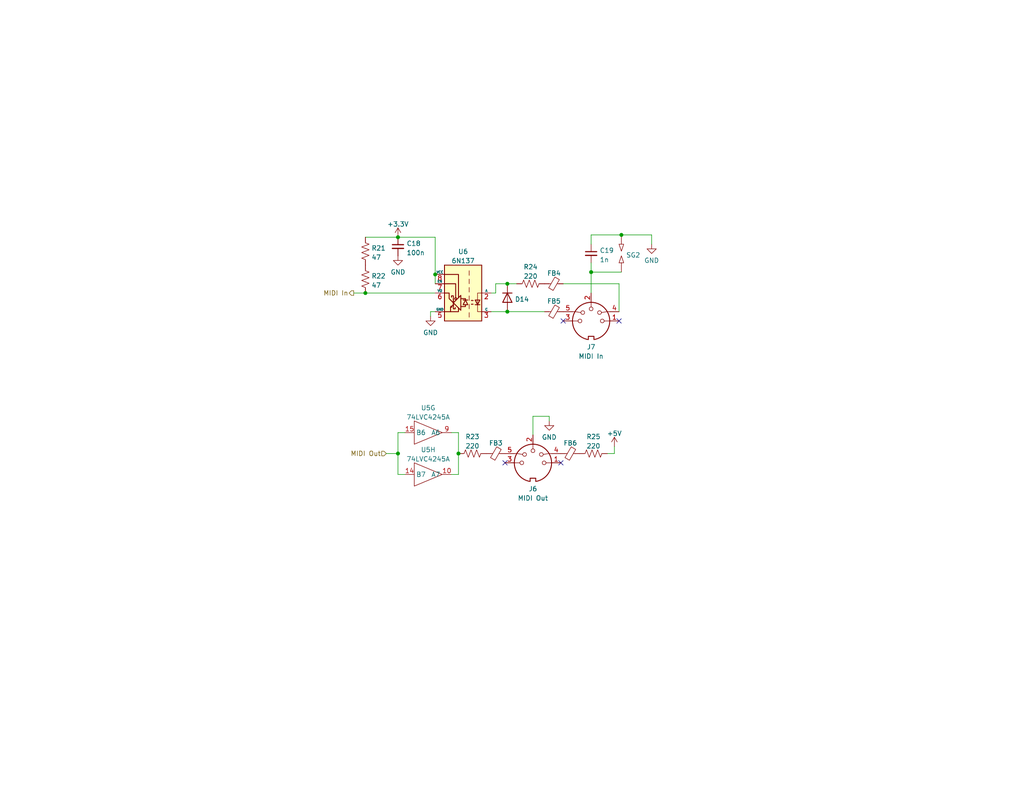
<source format=kicad_sch>
(kicad_sch (version 20211123) (generator eeschema)
  (paper "USLetter")
  (title_block (title "MIDI Interface") (rev "1") (comment 2 "July 2022") (comment 3 "Daniel Van Dalsem") (comment 4 "UCSB IEEE"))
  (lib_symbols
    (symbol "Connector:DIN-5_180degree" (pin_names (offset 1.016))
      (property "Reference" "J" (at 3.175 5.715 0))
      (property "Value" "DIN-5_180degree" (at 0 -6.35 0))
      (symbol "DIN-5_180degree_0_1"
        (arc (start -5.08 0) (mid -3.8609 -3.3364) (end -0.762 -5.08) (stroke (width 0.254)))
        (circle (center -3.048 0) (radius 0.508))
        (circle (center -2.286 2.286) (radius 0.508))
        (polyline (pts (xy -5.08 0) (xy -3.556 0)))
        (polyline (pts (xy 0 5.08) (xy 0 3.81)))
        (polyline (pts (xy 5.08 0) (xy 3.556 0)))
        (polyline (pts (xy -5.08 2.54) (xy -4.318 2.54) (xy -2.794 2.286)))
        (polyline (pts (xy 5.08 2.54) (xy 4.318 2.54) (xy 2.794 2.286)))
        (polyline (pts (xy -0.762 -4.953) (xy -0.762 -4.191) (xy 0.762 -4.191) (xy 0.762 -4.953)) (stroke (width 0.254)))
        (circle (center 0 3.302) (radius 0.508))
        (arc (start 0.762 -5.08) (mid 3.8685 -3.343) (end 5.08 0) (stroke (width 0.254)))
        (circle (center 2.286 2.286) (radius 0.508))
        (circle (center 3.048 0) (radius 0.508))
        (arc (start 5.08 0) (mid 0 5.08) (end -5.08 0) (stroke (width 0.254)))
      )
      (symbol "DIN-5_180degree_1_1"
        (pin passive line (at -7.62 0 0) (length 2.54) (name "~") (number "1"))
        (pin passive line (at 0 7.62 270) (length 2.54) (name "~") (number "2"))
        (pin passive line (at 7.62 0 180) (length 2.54) (name "~") (number "3"))
        (pin passive line (at -7.62 2.54 0) (length 2.54) (name "~") (number "4"))
        (pin passive line (at 7.62 2.54 180) (length 2.54) (name "~") (number "5"))
      )
    )
    (symbol "Custom_Symbols:74LVC4245A"
      (property "Reference" "U" (at 5.715 -9.525 0))
      (property "Value" "74LVC4245A" (at 0 8.255 0))
      (symbol "74LVC4245A_1_1"
        (polyline (pts (xy 0 3.175) (xy 0 -3.175) (xy 7.62 0) (xy 0 3.175)))
        (pin input line (at -2.54 0 0) (length 2.54) (name "B0") (number "21"))
        (pin output line (at 10.16 0 180) (length 2.54) (name "A0") (number "3"))
      )
      (symbol "74LVC4245A_2_1"
        (polyline (pts (xy 0 3.175) (xy 0 -3.175) (xy 7.62 0) (xy 0 3.175)))
        (pin input line (at -2.54 0 0) (length 2.54) (name "B1") (number "20"))
        (pin output line (at 10.16 0 180) (length 2.54) (name "A1") (number "4"))
      )
      (symbol "74LVC4245A_3_1"
        (polyline (pts (xy 0 3.175) (xy 0 -3.175) (xy 7.62 0) (xy 0 3.175)))
        (pin input line (at -2.54 0 0) (length 2.54) (name "B2") (number "19"))
        (pin output line (at 10.16 0 180) (length 2.54) (name "A2") (number "5"))
      )
      (symbol "74LVC4245A_4_1"
        (polyline (pts (xy 0 3.175) (xy 0 -3.175) (xy 7.62 0) (xy 0 3.175)))
        (pin input line (at -2.54 0 0) (length 2.54) (name "B3") (number "18"))
        (pin output line (at 10.16 0 180) (length 2.54) (name "A3") (number "6"))
      )
      (symbol "74LVC4245A_5_1"
        (polyline (pts (xy 0 3.175) (xy 0 -3.175) (xy 7.62 0) (xy 0 3.175)))
        (pin input line (at -2.54 0 0) (length 2.54) (name "B4") (number "17"))
        (pin output line (at 10.16 0 180) (length 2.54) (name "A4") (number "7"))
      )
      (symbol "74LVC4245A_6_1"
        (polyline (pts (xy 0 3.175) (xy 0 -3.175) (xy 7.62 0) (xy 0 3.175)))
        (pin input line (at -2.54 0 0) (length 2.54) (name "B5") (number "16"))
        (pin output line (at 10.16 0 180) (length 2.54) (name "A5") (number "8"))
      )
      (symbol "74LVC4245A_7_1"
        (polyline (pts (xy 0 3.175) (xy 0 -3.175) (xy 7.62 0) (xy 0 3.175)))
        (pin input line (at -2.54 0 0) (length 2.54) (name "B6") (number "15"))
        (pin output line (at 10.16 0 180) (length 2.54) (name "A6") (number "9"))
      )
      (symbol "74LVC4245A_8_1"
        (polyline (pts (xy 0 3.175) (xy 0 -3.175) (xy 7.62 0) (xy 0 3.175)))
        (pin output line (at 10.16 0 180) (length 2.54) (name "A7") (number "10"))
        (pin input line (at -2.54 0 0) (length 2.54) (name "B7") (number "14"))
      )
      (symbol "74LVC4245A_9_1"
        (rectangle (start -6.35 6.985) (end 6.35 -8.255) (fill (type background)))
        (pin power_in line (at -8.89 5.08 0) (length 2.54) (name "VccA") (number "1"))
        (pin power_in line (at -2.54 -10.795 90) (length 2.54) (name "GND") (number "11"))
        (pin power_in line (at 0 -10.795 90) (length 2.54) (name "GND") (number "12"))
        (pin power_in line (at 2.54 -10.795 90) (length 2.54) (name "GND") (number "13"))
        (pin input line (at -8.89 0 0) (length 2.54) (name "DIR") (number "2"))
        (pin input inverted (at -8.89 -2.54 0) (length 2.54) (name "OE") (number "22"))
        (pin power_in line (at 8.89 5.08 180) (length 2.54) (name "VccB") (number "23"))
        (pin power_in line (at 8.89 2.54 180) (length 2.54) (name "VccB") (number "24"))
      )
    )
    (symbol "Device:C_Small" (pin_numbers hide) (pin_names (offset 0.254) hide)
      (property "Reference" "C" (at 0.254 1.778 0))
      (property "Value" "C_Small" (at 0.254 -2.032 0))
      (symbol "C_Small_0_1"
        (polyline (pts (xy -1.524 -0.508) (xy 1.524 -0.508)) (stroke (width 0.3302)))
        (polyline (pts (xy -1.524 0.508) (xy 1.524 0.508)) (stroke (width 0.3048)))
      )
      (symbol "C_Small_1_1"
        (pin passive line (at 0 2.54 270) (length 2.032) (name "~") (number "1"))
        (pin passive line (at 0 -2.54 90) (length 2.032) (name "~") (number "2"))
      )
    )
    (symbol "Device:D" (pin_numbers hide) (pin_names (offset 1.016) hide)
      (property "Reference" "D" (at 0 2.54 0))
      (property "Value" "D" (at 0 -2.54 0))
      (symbol "D_0_1"
        (polyline (pts (xy -1.27 1.27) (xy -1.27 -1.27)) (stroke (width 0.254)))
        (polyline (pts (xy 1.27 0) (xy -1.27 0)))
        (polyline (pts (xy 1.27 1.27) (xy 1.27 -1.27) (xy -1.27 0) (xy 1.27 1.27)) (stroke (width 0.254)))
      )
      (symbol "D_1_1"
        (pin passive line (at -3.81 0 0) (length 2.54) (name "K") (number "1"))
        (pin passive line (at 3.81 0 180) (length 2.54) (name "A") (number "2"))
      )
    )
    (symbol "Device:FerriteBead_Small" (pin_numbers hide) (pin_names (offset 0))
      (property "Reference" "FB" (at 1.905 1.27 0))
      (property "Value" "FerriteBead_Small" (at 1.905 -1.27 0))
      (symbol "FerriteBead_Small_0_1"
        (polyline (pts (xy 0 -1.27) (xy 0 -0.7874)))
        (polyline (pts (xy 0 0.889) (xy 0 1.2954)))
        (polyline (pts (xy -1.8288 0.2794) (xy -1.1176 1.4986) (xy 1.8288 -0.2032) (xy 1.1176 -1.4224) (xy -1.8288 0.2794)))
      )
      (symbol "FerriteBead_Small_1_1"
        (pin passive line (at 0 2.54 270) (length 1.27) (name "~") (number "1"))
        (pin passive line (at 0 -2.54 90) (length 1.27) (name "~") (number "2"))
      )
    )
    (symbol "Device:R_US" (pin_numbers hide) (pin_names (offset 0))
      (property "Reference" "R" (at 2.54 0 90))
      (property "Value" "R_US" (at -2.54 0 90))
      (symbol "R_US_0_1"
        (polyline (pts (xy 0 -2.286) (xy 0 -2.54)))
        (polyline (pts (xy 0 2.286) (xy 0 2.54)))
        (polyline (pts (xy 0 -0.762) (xy 1.016 -1.143) (xy 0 -1.524) (xy -1.016 -1.905) (xy 0 -2.286)))
        (polyline (pts (xy 0 0.762) (xy 1.016 0.381) (xy 0 0) (xy -1.016 -0.381) (xy 0 -0.762)))
        (polyline (pts (xy 0 2.286) (xy 1.016 1.905) (xy 0 1.524) (xy -1.016 1.143) (xy 0 0.762)))
      )
      (symbol "R_US_1_1"
        (pin passive line (at 0 3.81 270) (length 1.27) (name "~") (number "1"))
        (pin passive line (at 0 -3.81 90) (length 1.27) (name "~") (number "2"))
      )
    )
    (symbol "Device:SparkGap" (pin_numbers hide) (pin_names (offset 0))
      (property "Reference" "E" (at 0 2.032 0))
      (property "Value" "SparkGap" (at 0 -1.905 0))
      (symbol "SparkGap_0_1"
        (polyline (pts (xy -2.54 0.635) (xy -2.54 -0.635) (xy -0.635 0) (xy -2.54 0.635)))
        (polyline (pts (xy 2.54 0.635) (xy 2.54 -0.635) (xy 0.635 0) (xy 2.54 0.635)))
      )
      (symbol "SparkGap_1_1"
        (pin passive line (at -5.08 0 0) (length 2.54) (name "~") (number "1"))
        (pin passive line (at 5.08 0 180) (length 2.54) (name "~") (number "2"))
      )
    )
    (symbol "Isolator:6N137" (pin_names (offset 0))
      (property "Reference" "U" (at -4.064 8.89 0))
      (property "Value" "6N137" (at 0 -8.89 0))
      (symbol "6N137_0_1"
        (polyline (pts (xy 2.667 -3.556) (xy 2.667 -1.651)) (stroke (width 0.254)))
        (polyline (pts (xy 2.667 -2.159) (xy 2.667 -2.921)) (stroke (width 0.254)))
        (polyline (pts (xy 3.429 -3.937) (xy 3.429 -5.08)) (stroke (width 0.254)))
        (polyline (pts (xy -0.635 -3.302) (xy -0.635 -3.683) (xy 0.635 -3.683)) (stroke (width 0.254)))
        (polyline (pts (xy -0.635 -1.905) (xy -0.635 -1.524) (xy 0.508 -1.524)) (stroke (width 0.254)))
        (polyline (pts (xy 1.27 -4.064) (xy 1.27 -5.08) (xy 5.08 -5.08)) (stroke (width 0.254)))
        (polyline (pts (xy 1.27 -1.27) (xy 1.27 5.08) (xy 5.08 5.08)) (stroke (width 0.254)))
        (polyline (pts (xy 2.032 -1.27) (xy 2.032 2.54) (xy 5.08 2.54)) (stroke (width 0.254)))
        (polyline (pts (xy -5.08 -5.08) (xy -3.937 -5.08) (xy -3.937 0) (xy -5.08 0)))
        (polyline (pts (xy 2.667 -3.302) (xy 2.667 -4.318) (xy 2.159 -4.318) (xy 2.159 -3.937)) (stroke (width 0.254)))
        (polyline (pts (xy 2.667 -2.667) (xy 0.635 -4.699) (xy 0.635 -0.635) (xy 2.667 -2.667)) (stroke (width 0.254)))
        (polyline (pts (xy 2.667 -1.778) (xy 2.667 -0.762) (xy 3.175 -0.762) (xy 3.175 -1.143)) (stroke (width 0.254)))
        (polyline (pts (xy 2.794 -2.54) (xy 3.81 -1.524) (xy 3.81 0) (xy 5.08 0)) (stroke (width 0.254)))
        (polyline (pts (xy 2.667 -3.175) (xy 3.429 -3.937) (xy 3.302 -3.556) (xy 3.048 -3.81) (xy 3.429 -3.937)) (stroke (width 0.254)))
        (circle (center 2.032 -1.524) (radius 0.254) (stroke (width 0.254)))
      )
      (symbol "6N137_1_1"
        (rectangle (start -5.08 7.62) (end 5.08 -7.62) (stroke (width 0.254)) (fill (type background)))
        (polyline (pts (xy -4.572 -3.175) (xy -3.302 -3.175)) (stroke (width 0.254)))
        (polyline (pts (xy -1.651 -5.334) (xy -1.651 -6.604)))
        (polyline (pts (xy -1.651 -3.048) (xy -1.651 -4.318)))
        (polyline (pts (xy -1.651 -0.762) (xy -1.651 -2.032)))
        (polyline (pts (xy -1.651 1.524) (xy -1.651 0.254)))
        (polyline (pts (xy -1.651 3.81) (xy -1.651 2.54)))
        (polyline (pts (xy -1.651 6.096) (xy -1.651 4.826)))
        (polyline (pts (xy -1.27 -1.905) (xy 0 -1.905)) (stroke (width 0.254)))
        (polyline (pts (xy -3.937 -3.175) (xy -4.572 -1.905) (xy -3.302 -1.905) (xy -3.937 -3.175)) (stroke (width 0.254)))
        (polyline (pts (xy -0.635 -1.905) (xy -1.27 -3.175) (xy 0 -3.175) (xy -0.635 -1.905)) (stroke (width 0.254)))
        (polyline (pts (xy -2.921 -3.048) (xy -2.159 -3.048) (xy -2.54 -3.175) (xy -2.54 -2.921) (xy -2.159 -3.048)) (stroke (width 0.127)))
        (polyline (pts (xy -2.921 -2.032) (xy -2.159 -2.032) (xy -2.54 -2.159) (xy -2.54 -1.905) (xy -2.159 -2.032)) (stroke (width 0.127)))
        (pin no_connect line (at -5.08 5.08 0) (length 2.54) hide (name "NC") (number "1"))
        (pin passive line (at -7.62 0 0) (length 2.54) (name "A") (number "2"))
        (pin passive line (at -7.62 -5.08 0) (length 2.54) (name "C") (number "3"))
        (pin power_in line (at 7.62 -5.08 180) (length 2.54) (name "GND") (number "5"))
        (pin open_collector line (at 7.62 0 180) (length 2.54) (name "VO") (number "6"))
        (pin input line (at 7.62 2.54 180) (length 2.54) (name "EN") (number "7"))
        (pin power_in line (at 7.62 5.08 180) (length 2.54) (name "VCC") (number "8"))
      )
    )
    (symbol "power:+3.3V" (power) (pin_names (offset 0))
      (property "Value" "+3.3V" (at 0 3.556 0))
      (symbol "+3.3V_0_1"
        (polyline (pts (xy -0.762 1.27) (xy 0 2.54)))
        (polyline (pts (xy 0 0) (xy 0 2.54)))
        (polyline (pts (xy 0 2.54) (xy 0.762 1.27)))
      )
      (symbol "+3.3V_1_1"
        (pin power_in line (at 0 0 90) (length 0) hide (name "+3.3V") (number "1"))
      )
    )
    (symbol "power:+5V" (power) (pin_names (offset 0))
      (property "Value" "+5V" (at 0 3.556 0))
      (symbol "+5V_0_1"
        (polyline (pts (xy -0.762 1.27) (xy 0 2.54)))
        (polyline (pts (xy 0 0) (xy 0 2.54)))
        (polyline (pts (xy 0 2.54) (xy 0.762 1.27)))
      )
      (symbol "+5V_1_1"
        (pin power_in line (at 0 0 90) (length 0) hide (name "+5V") (number "1"))
      )
    )
    (symbol "power:GND" (power) (pin_names (offset 0))
      (property "Value" "GND" (at 0 -3.81 0))
      (symbol "GND_0_1"
        (polyline (pts (xy 0 0) (xy 0 -1.27) (xy 1.27 -1.27) (xy 0 -2.54) (xy -1.27 -1.27) (xy 0 -1.27)))
      )
      (symbol "GND_1_1"
        (pin power_in line (at 0 0 270) (length 0) hide (name "GND") (number "1"))
      )
    )
  )
  (junction (at 118.745 74.93))
  (junction (at 108.585 123.825))
  (junction (at 169.545 64.135))
  (junction (at 108.585 64.77))
  (junction (at 138.43 77.47))
  (junction (at 138.43 85.09))
  (junction (at 161.29 74.295))
  (junction (at 99.695 80.01))
  (junction (at 125.095 123.825))
  (no_connect (at 153.67 87.63))
  (no_connect (at 153.035 126.365))
  (no_connect (at 168.91 87.63))
  (no_connect (at 137.795 126.365))
  (wire (pts (xy 99.695 64.77) (xy 108.585 64.77)))
  (wire (pts (xy 135.255 80.01) (xy 135.255 77.47)))
  (wire (pts (xy 123.19 118.11) (xy 125.095 118.11)))
  (wire (pts (xy 167.64 123.825) (xy 165.735 123.825)))
  (wire (pts (xy 177.8 64.135) (xy 169.545 64.135)))
  (wire (pts (xy 110.49 118.11) (xy 108.585 118.11)))
  (wire (pts (xy 140.97 77.47) (xy 138.43 77.47)))
  (wire (pts (xy 125.095 129.54) (xy 125.095 123.825)))
  (wire (pts (xy 145.415 113.665) (xy 145.415 118.745)))
  (wire (pts (xy 169.545 64.135) (xy 161.29 64.135)))
  (wire (pts (xy 118.745 74.93) (xy 118.745 77.47)))
  (wire (pts (xy 177.8 66.675) (xy 177.8 64.135)))
  (wire (pts (xy 117.475 86.36) (xy 117.475 85.09)))
  (wire (pts (xy 138.43 85.09) (xy 148.59 85.09)))
  (wire (pts (xy 138.43 77.47) (xy 135.255 77.47)))
  (wire (pts (xy 108.585 123.825) (xy 108.585 129.54)))
  (wire (pts (xy 133.985 80.01) (xy 135.255 80.01)))
  (wire (pts (xy 161.29 74.295) (xy 161.29 80.01)))
  (wire (pts (xy 105.41 123.825) (xy 108.585 123.825)))
  (wire (pts (xy 168.91 77.47) (xy 168.91 85.09)))
  (wire (pts (xy 117.475 85.09) (xy 118.745 85.09)))
  (wire (pts (xy 123.19 129.54) (xy 125.095 129.54)))
  (wire (pts (xy 161.29 71.755) (xy 161.29 74.295)))
  (wire (pts (xy 108.585 64.77) (xy 118.745 64.77)))
  (wire (pts (xy 161.29 74.295) (xy 169.545 74.295)))
  (wire (pts (xy 96.52 80.01) (xy 99.695 80.01)))
  (wire (pts (xy 118.745 64.77) (xy 118.745 74.93)))
  (wire (pts (xy 149.86 113.665) (xy 145.415 113.665)))
  (wire (pts (xy 149.86 114.935) (xy 149.86 113.665)))
  (wire (pts (xy 167.64 121.92) (xy 167.64 123.825)))
  (wire (pts (xy 108.585 129.54) (xy 110.49 129.54)))
  (wire (pts (xy 153.67 77.47) (xy 168.91 77.47)))
  (wire (pts (xy 125.095 118.11) (xy 125.095 123.825)))
  (wire (pts (xy 108.585 118.11) (xy 108.585 123.825)))
  (wire (pts (xy 133.985 85.09) (xy 138.43 85.09)))
  (wire (pts (xy 99.695 80.01) (xy 118.745 80.01)))
  (wire (pts (xy 161.29 64.135) (xy 161.29 66.675)))
  (hierarchical_label "MIDI In" (shape output) (at 96.52 80.01 180))
  (hierarchical_label "MIDI Out" (shape input) (at 105.41 123.825 180))
  (symbol (lib_id "power:+3.3V") (at 108.585 64.77 0) (unit 1)
    (property "Reference" "#PWR040" (effects hide))
    (property "Value" "+3.3V" (at 108.585 61.1942 0))
  )
  (symbol (lib_id "Device:SparkGap") (at 169.545 69.215 90) (unit 1)
    (property "Reference" "SG2" (at 170.815 69.6488 90) (effects (justify right)))
    (property "Value" "SparkGap" (effects hide))
    (property "Footprint" "Custom_Footprints:Spark_Gap" (effects hide))
  )
  (symbol (lib_id "power:GND") (at 108.585 69.85 0) (unit 1)
    (property "Reference" "#PWR041" (effects hide))
    (property "Value" "GND" (at 108.585 74.2934 0))
  )
  (symbol (lib_id "Device:D") (at 138.43 81.28 270) (unit 1)
    (property "Reference" "D14" (at 140.462 81.7138 90) (effects (justify left)))
    (property "Value" "D" (effects hide))
    (property "Footprint" "Diode_SMD:D_SOD-123" (effects hide))
  )
  (symbol (lib_id "Connector:DIN-5_180degree") (at 161.29 87.63 0) (mirror y) (unit 1)
    (property "Reference" "J7" (at 161.2899 94.7404 0))
    (property "Value" "MIDI In" (at 161.2899 97.2773 0))
    (property "Footprint" "Custom_Footprints:CUI_DIN_SDS-50J" (effects hide))
    (property "Datasheet" "http://www.mouser.com/ds/2/18/40_c091_abd_e-75918.pdf" (effects hide))
  )
  (symbol (lib_id "Device:FerriteBead_Small") (at 135.255 123.825 270) (unit 1)
    (property "Reference" "FB3" (at 135.2931 120.9604 90))
    (property "Value" "FerriteBead_Small" (effects hide))
    (property "Footprint" "Inductor_SMD:L_0805_2012Metric_Pad1.05x1.20mm_HandSolder" (effects hide))
  )
  (symbol (lib_id "Device:R_US") (at 99.695 76.2 0) (unit 1)
    (property "Reference" "R22" (at 101.346 75.3653 0) (effects (justify left)))
    (property "Value" "47" (at 101.346 77.9022 0) (effects (justify left)))
    (property "Footprint" "Resistor_SMD:R_0603_1608Metric_Pad0.98x0.95mm_HandSolder" (effects hide))
  )
  (symbol (lib_id "Device:FerriteBead_Small") (at 151.13 77.47 270) (unit 1)
    (property "Reference" "FB4" (at 151.1681 74.6054 90))
    (property "Value" "FerriteBead_Small" (effects hide))
    (property "Footprint" "Inductor_SMD:L_0805_2012Metric_Pad1.05x1.20mm_HandSolder" (effects hide))
  )
  (symbol (lib_id "Device:R_US") (at 128.905 123.825 90) (unit 1)
    (property "Reference" "R23" (at 128.905 119.2362 90))
    (property "Value" "220" (at 128.905 121.7731 90))
    (property "Footprint" "Resistor_SMD:R_0603_1608Metric_Pad0.98x0.95mm_HandSolder" (effects hide))
  )
  (symbol (lib_id "Device:R_US") (at 99.695 68.58 0) (unit 1)
    (property "Reference" "R21" (at 101.346 67.7453 0) (effects (justify left)))
    (property "Value" "47" (at 101.346 70.2822 0) (effects (justify left)))
    (property "Footprint" "Resistor_SMD:R_0603_1608Metric_Pad0.98x0.95mm_HandSolder" (effects hide))
  )
  (symbol (lib_id "Device:FerriteBead_Small") (at 151.13 85.09 270) (unit 1)
    (property "Reference" "FB5" (at 151.1681 82.2254 90))
    (property "Value" "FerriteBead_Small" (effects hide))
    (property "Footprint" "Inductor_SMD:L_0805_2012Metric_Pad1.05x1.20mm_HandSolder" (effects hide))
  )
  (symbol (lib_id "Device:C_Small") (at 161.29 69.215 0) (unit 1)
    (property "Reference" "C19" (at 163.6141 68.3866 0) (effects (justify left)))
    (property "Value" "1n" (at 163.6141 70.9235 0) (effects (justify left)))
    (property "Footprint" "Capacitor_THT:C_Disc_D7.5mm_W5.0mm_P7.50mm" (effects hide))
  )
  (symbol (lib_id "power:GND") (at 177.8 66.675 0) (unit 1)
    (property "Reference" "#PWR045" (effects hide))
    (property "Value" "GND" (at 177.8 71.1184 0))
  )
  (symbol (lib_id "power:GND") (at 117.475 86.36 0) (unit 1)
    (property "Reference" "#PWR042" (effects hide))
    (property "Value" "GND" (at 117.475 90.8034 0))
  )
  (symbol (lib_id "Custom_Symbols:74LVC4245A") (at 113.03 118.11 0) (unit 7)
    (property "Reference" "U5" (at 116.84 111.3622 0))
    (property "Value" "74LVC4245A" (at 116.84 113.8991 0))
    (property "Footprint" "Package_SO:TSSOP-24_4.4x7.8mm_P0.65mm" (effects hide))
    (property "Datasheet" "https://assets.nexperia.com/documents/data-sheet/74LVC4245A.pdf" (effects hide))
  )
  (symbol (lib_id "power:+5V") (at 167.64 121.92 0) (unit 1)
    (property "Reference" "#PWR044" (effects hide))
    (property "Value" "+5V" (at 167.64 118.3442 0))
  )
  (symbol (lib_id "Connector:DIN-5_180degree") (at 145.415 126.365 0) (mirror y) (unit 1)
    (property "Reference" "J6" (at 145.4149 133.4754 0))
    (property "Value" "MIDI Out" (at 145.4149 136.0123 0))
    (property "Footprint" "Custom_Footprints:CUI_DIN_SDS-50J" (effects hide))
    (property "Datasheet" "http://www.mouser.com/ds/2/18/40_c091_abd_e-75918.pdf" (effects hide))
  )
  (symbol (lib_id "Device:R_US") (at 144.78 77.47 90) (unit 1)
    (property "Reference" "R24" (at 144.78 72.8812 90))
    (property "Value" "220" (at 144.78 75.4181 90))
    (property "Footprint" "Resistor_SMD:R_0603_1608Metric_Pad0.98x0.95mm_HandSolder" (effects hide))
  )
  (symbol (lib_id "power:GND") (at 149.86 114.935 0) (unit 1)
    (property "Reference" "#PWR043" (effects hide))
    (property "Value" "GND" (at 149.86 119.3784 0))
  )
  (symbol (lib_id "Isolator:6N137") (at 126.365 80.01 0) (mirror y) (unit 1)
    (property "Reference" "U6" (at 126.365 68.6902 0))
    (property "Value" "6N137" (at 126.365 71.2271 0))
    (property "Footprint" "Package_DIP:DIP-8_W7.62mm" (effects hide))
    (property "Datasheet" "https://docs.broadcom.com/docs/AV02-0940EN" (effects hide))
  )
  (symbol (lib_id "Custom_Symbols:74LVC4245A") (at 113.03 129.54 0) (unit 8)
    (property "Reference" "U5" (at 116.84 122.7922 0))
    (property "Value" "74LVC4245A" (at 116.84 125.3291 0))
    (property "Footprint" "Package_SO:TSSOP-24_4.4x7.8mm_P0.65mm" (effects hide))
    (property "Datasheet" "https://assets.nexperia.com/documents/data-sheet/74LVC4245A.pdf" (effects hide))
  )
  (symbol (lib_id "Device:R_US") (at 161.925 123.825 90) (unit 1)
    (property "Reference" "R25" (at 161.925 119.2362 90))
    (property "Value" "220" (at 161.925 121.7731 90))
    (property "Footprint" "Resistor_SMD:R_0603_1608Metric_Pad0.98x0.95mm_HandSolder" (effects hide))
  )
  (symbol (lib_id "Device:FerriteBead_Small") (at 155.575 123.825 270) (unit 1)
    (property "Reference" "FB6" (at 155.6131 120.9604 90))
    (property "Value" "FerriteBead_Small" (effects hide))
    (property "Footprint" "Inductor_SMD:L_0805_2012Metric_Pad1.05x1.20mm_HandSolder" (effects hide))
  )
  (symbol (lib_id "Device:C_Small") (at 108.585 67.31 0) (unit 1)
    (property "Reference" "C18" (at 110.9091 66.4816 0) (effects (justify left)))
    (property "Value" "100n" (at 110.9091 69.0185 0) (effects (justify left)))
    (property "Footprint" "Capacitor_SMD:C_0603_1608Metric_Pad1.08x0.95mm_HandSolder" (effects hide))
  )
)
</source>
